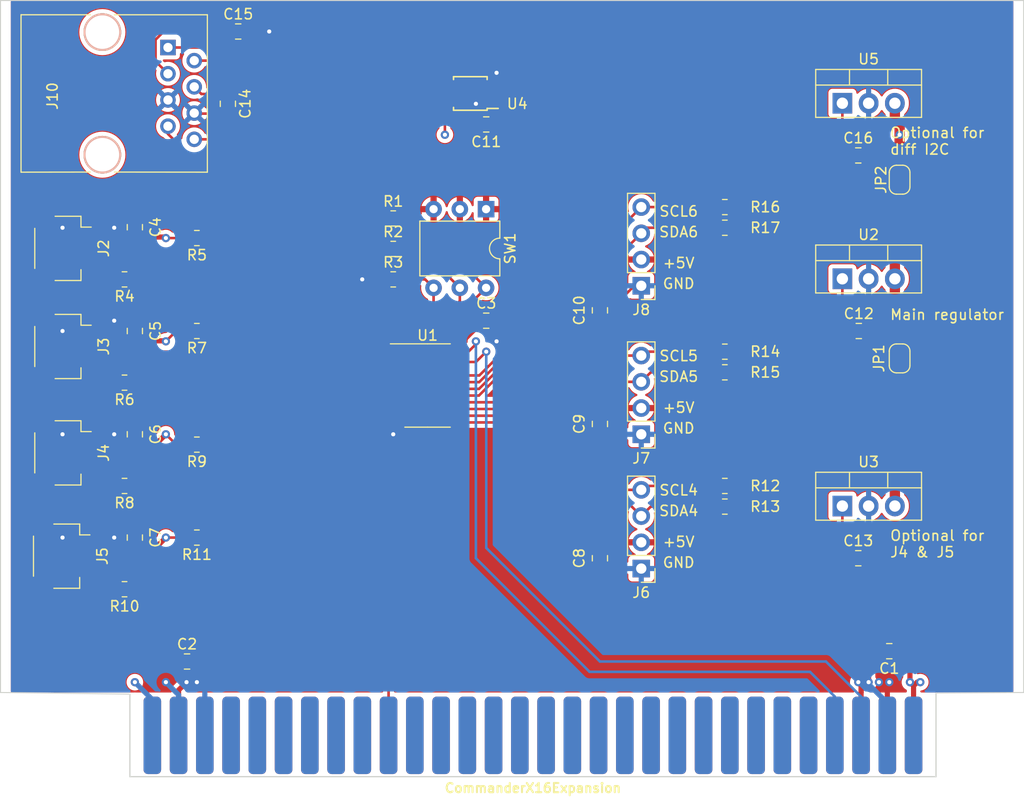
<source format=kicad_pcb>
(kicad_pcb (version 20221018) (generator pcbnew)
  (layers (0 "F.Cu" signal) (1 "In1.Cu" signal) (2 "In2.Cu" signal) (31 "B.Cu" signal) (34 "B.Paste" user) (35 "F.Paste" user) (36 "B.SilkS" user "B.Silkscreen") (37 "F.SilkS" user "F.Silkscreen") (38 "B.Mask" user) (39 "F.Mask" user) (44 "Edge.Cuts" user))
  (net 0 "")
  (net 1 "+12V")
  (net 2 "GND")
  (net 3 "+5V")
  (net 4 "+3.3V")
  (net 19 "/RESB")
  (net 54 "Net-(J1-SDA)")
  (net 55 "Net-(J1-SCL)")
  (net 57 "/SD0")
  (net 58 "/SC0")
  (net 59 "/SD1")
  (net 60 "/SC1")
  (net 61 "/SD2")
  (net 62 "/SC2")
  (net 63 "/SD3")
  (net 64 "/SC3")
  (net 65 "/SD4")
  (net 66 "/SC4")
  (net 67 "/SD5")
  (net 68 "/SC5")
  (net 69 "/SD6")
  (net 70 "/SC6")
  (net 71 "Net-(U4-DSDAP)")
  (net 72 "Net-(U4-DSDAM)")
  (net 73 "Net-(U4-DSCLP)")
  (net 74 "Net-(U4-DSCLM)")
  (net 75 "Net-(U1-A2)")
  (net 76 "Net-(U1-A1)")
  (net 77 "Net-(U1-A0)")
  (net 78 "/SD7")
  (net 79 "/SC7")
  (net 81 "/ALT3.3V")
  (net 82 "/DIFF3.3V")
  (footprint "Capacitor_SMD:C_0805_2012Metric" (layer "F.Cu") (at 189 136 180)
    (fp_text reference "C1")
    (fp_text value "1uF")
  )
  (footprint "Capacitor_SMD:C_0805_2012Metric" (layer "F.Cu") (at 116 94.949999 90)
    (fp_text reference "C4")
    (fp_text value "1uF")
  )
  (footprint "Package_TO_SOT_THT:TO-220-3_Vertical" (layer "F.Cu") (at 184.46 82.945)
    (fp_text reference "U5")
    (fp_text value "VR05S3V3")
  )
  (footprint "Connector_PinHeader_2.54mm:PinHeader_1x04_P2.54mm_Vertical" (layer "F.Cu") (at 165 100.62 180)
    (fp_text reference "J8")
    (fp_text value "I2C")
  )
  (footprint "Capacitor_SMD:C_0805_2012Metric" (layer "F.Cu") (at 150 85 180)
    (fp_text reference "C11")
    (fp_text value "0.1uF")
  )
  (footprint "Capacitor_SMD:C_0805_2012Metric" (layer "F.Cu") (at 116 115 90)
    (fp_text reference "C6")
    (fp_text value "1uF")
  )
  (footprint "Capacitor_SMD:C_0805_2012Metric" (layer "F.Cu") (at 121.05 137)
    (fp_text reference "C2")
    (fp_text value "1uF")
  )
  (footprint "Resistor_SMD:R_0805_2012Metric" (layer "F.Cu") (at 122 125 180)
    (fp_text reference "R11")
    (fp_text value "Rup")
  )
  (footprint "Capacitor_SMD:C_0805_2012Metric" (layer "F.Cu") (at 150 104)
    (fp_text reference "C3")
    (fp_text value "0.1uF")
  )
  (footprint "Resistor_SMD:R_0805_2012Metric" (layer "F.Cu") (at 173.0875 122)
    (fp_text reference "R13")
    (fp_text value "Rup")
  )
  (footprint "Capacitor_SMD:C_0805_2012Metric" (layer "F.Cu") (at 125 83 -90)
    (fp_text reference "C14")
    (fp_text value "1uF")
  )
  (footprint "Connector_PinHeader_2.54mm:PinHeader_1x04_P2.54mm_Vertical" (layer "F.Cu") (at 165 115 180)
    (fp_text reference "J7")
    (fp_text value "I2C")
  )
  (footprint "Resistor_SMD:R_0805_2012Metric" (layer "F.Cu") (at 115 130 180)
    (fp_text reference "R10")
    (fp_text value "Rup")
  )
  (footprint "Resistor_SMD:R_0805_2012Metric" (layer "F.Cu") (at 115 120 180)
    (fp_text reference "R8")
    (fp_text value "Rup")
  )
  (footprint "Resistor_SMD:R_0805_2012Metric" (layer "F.Cu") (at 173.0875 93)
    (fp_text reference "R16")
    (fp_text value "Rup")
  )
  (footprint "Capacitor_SMD:C_0805_2012Metric" (layer "F.Cu") (at 161 103 -90)
    (fp_text reference "C10")
    (fp_text value "1uF")
  )
  (footprint "Connector_JST:JST_SH_SM04B-SRSS-TB_1x04-1MP_P1.00mm_Horizontal" (layer "F.Cu") (at 109 97 -90)
    (fp_text reference "J2")
    (fp_text value "Qwiic")
  )
  (footprint "Resistor_SMD:R_0805_2012Metric" (layer "F.Cu") (at 115 110 180)
    (fp_text reference "R6")
    (fp_text value "Rup")
  )
  (footprint "Capacitor_SMD:C_0805_2012Metric" (layer "F.Cu") (at 126 76)
    (fp_text reference "C15")
    (fp_text value "1uF")
  )
  (footprint "Jumper:SolderJumper-2_P1.3mm_Bridged_RoundedPad1.0x1.5mm" (layer "F.Cu") (at 190 107.649999 -90)
    (fp_text reference "JP1")
    (fp_text value "Power Bridge")
  )
  (footprint "footprints:RJ45_8" (layer "F.Cu") (at 119.205 77.55 -90)
    (fp_text reference "J10")
    (fp_text value "RJ45")
  )
  (footprint "CommanderX16Expansion:CommanderX16Expansion" (layer "F.Cu") (at 154.52 144.15)
    (fp_text reference "J1" hide)
    (fp_text value "CommanderX16Expansion")
    (fp_line (start -39 -4) (end -39 4) (stroke (width 0.12)) (layer "Edge.Cuts"))
    (fp_line (start -39 4) (end 39 4) (stroke (width 0.12)) (layer "Edge.Cuts"))
    (fp_line (start 39 4) (end 39 -4.1) (stroke (width 0.12)) (layer "Edge.Cuts"))
  )
  (footprint "Capacitor_SMD:C_0805_2012Metric" (layer "F.Cu") (at 116 125 90)
    (fp_text reference "C7")
    (fp_text value "1uF")
  )
  (footprint "Package_DIP:DIP-6_W7.62mm" (layer "F.Cu") (at 149.985 93.2 -90)
    (fp_text reference "SW1")
    (fp_text value "SW_DIP_x03")
  )
  (footprint "Resistor_SMD:R_0805_2012Metric" (layer "F.Cu") (at 122 105 180)
    (fp_text reference "R7")
    (fp_text value "Rup")
  )
  (footprint "Resistor_SMD:R_0805_2012Metric" (layer "F.Cu") (at 173.0875 120)
    (fp_text reference "R12")
    (fp_text value "Rup")
  )
  (footprint "Resistor_SMD:R_0805_2012Metric" (layer "F.Cu") (at 173.0875 95)
    (fp_text reference "R17")
    (fp_text value "Rup")
  )
  (footprint "Resistor_SMD:R_0805_2012Metric" (layer "F.Cu") (at 141 100)
    (fp_text reference "R3")
    (fp_text value "10k")
  )
  (footprint "Resistor_SMD:R_0805_2012Metric" (layer "F.Cu") (at 141 97.05)
    (fp_text reference "R2")
    (fp_text value "10k")
  )
  (footprint "Package_TO_SOT_THT:TO-220-3_Vertical" (layer "F.Cu") (at 184.46 121.945)
    (fp_text reference "U3")
    (fp_text value "VR05S3V3")
  )
  (footprint "Resistor_SMD:R_0805_2012Metric" (layer "F.Cu") (at 122 116 180)
    (fp_text reference "R9")
    (fp_text value "Rup")
  )
  (footprint "Jumper:SolderJumper-2_P1.3mm_Bridged_RoundedPad1.0x1.5mm" (layer "F.Cu") (at 190 90.35 90)
    (fp_text reference "JP2")
    (fp_text value "Power Bridge")
  )
  (footprint "Resistor_SMD:R_0805_2012Metric" (layer "F.Cu") (at 173.0875 109)
    (fp_text reference "R15")
    (fp_text value "Rup")
  )
  (footprint "Resistor_SMD:R_0805_2012Metric" (layer "F.Cu") (at 115 100 180)
    (fp_text reference "R4")
    (fp_text value "Rup")
  )
  (footprint "Package_SO:TSSOP-10_3x3mm_P0.5mm" (layer "F.Cu") (at 148.46 82 180)
    (fp_text reference "U4")
    (fp_text value "PCA9615DP")
  )
  (footprint "Package_TO_SOT_THT:TO-220-3_Vertical" (layer "F.Cu") (at 184.46 99.945)
    (fp_text reference "U2")
    (fp_text value "VR05S3V3")
  )
  (footprint "Capacitor_SMD:C_0805_2012Metric" (layer "F.Cu") (at 186 88)
    (fp_text reference "C16")
    (fp_text value "1uF")
  )
  (footprint "Capacitor_SMD:C_0805_2012Metric" (layer "F.Cu") (at 116 105 90)
    (fp_text reference "C5")
    (fp_text value "1uF")
  )
  (footprint "Capacitor_SMD:C_0805_2012Metric" (layer "F.Cu") (at 186 127)
    (fp_text reference "C13")
    (fp_text value "1uF")
  )
  (footprint "Connector_JST:JST_SH_SM04B-SRSS-TB_1x04-1MP_P1.00mm_Horizontal" (layer "F.Cu") (at 109 116.8 -90)
    (fp_text reference "J4")
    (fp_text value "Qwiic")
  )
  (footprint "Capacitor_SMD:C_0805_2012Metric" (layer "F.Cu") (at 161 127 -90)
    (fp_text reference "C8")
    (fp_text value "1uF")
  )
  (footprint "Connector_JST:JST_SH_SM04B-SRSS-TB_1x04-1MP_P1.00mm_Horizontal" (layer "F.Cu") (at 108.875 126.8 -90)
    (fp_text reference "J5")
    (fp_text value "Qwiic")
  )
  (footprint "Capacitor_SMD:C_0805_2012Metric" (layer "F.Cu") (at 186.05 105)
    (fp_text reference "C12")
    (fp_text value "1uF")
  )
  (footprint "Connector_JST:JST_SH_SM04B-SRSS-TB_1x04-1MP_P1.00mm_Horizontal" (layer "F.Cu") (at 109 106.5 -90)
    (fp_text reference "J3")
    (fp_text value "Qwiic")
  )
  (footprint "Resistor_SMD:R_0805_2012Metric" (layer "F.Cu") (at 173.0875 107)
    (fp_text reference "R14")
    (fp_text value "Rup")
  )
  (footprint "Resistor_SMD:R_0805_2012Metric" (layer "F.Cu") (at 141 94.1)
    (fp_text reference "R1")
    (fp_text value "10k")
  )
  (footprint "Connector_PinHeader_2.54mm:PinHeader_1x04_P2.54mm_Vertical" (layer "F.Cu") (at 165 128 180)
    (fp_text reference "J6")
    (fp_text value "I2C")
  )
  (footprint "Resistor_SMD:R_0805_2012Metric" (layer "F.Cu") (at 122 96 180)
    (fp_text reference "R5")
    (fp_text value "Rup")
  )
  (footprint "Package_SO:TSSOP-24_4.4x7.8mm_P0.65mm" (layer "F.Cu") (at 144.3225 110.275)
    (fp_text reference "U1")
    (fp_text value "TCA9548APWR")
  )
  (footprint "Capacitor_SMD:C_0805_2012Metric" (layer "F.Cu") (at 161 114 -90)
    (fp_text reference "C9")
    (fp_text value "1uF")
  )
  (gr_line (start 103 73) (end 202 73) (stroke (width 0.1)) (layer "Edge.Cuts"))
  (gr_line (start 103 140) (end 115.52 140.15) (stroke (width 0.1)) (layer "Edge.Cuts"))
  (gr_line (start 103 140) (end 103 73) (stroke (width 0.1)) (layer "Edge.Cuts"))
  (gr_line (start 202 73) (end 202 140) (stroke (width 0.1)) (layer "Edge.Cuts"))
  (gr_line (start 193.52 140.05) (end 202 140) (stroke (width 0.1)) (layer "Edge.Cuts"))
  (gr_text "+5V" (at 167 113) (layer "F.SilkS") (effects (font (size 1 1)) (justify left bottom)))
  (gr_text "GND" (at 167 128) (layer "F.SilkS") (effects (font (size 1 1)) (justify left bottom)))
  (gr_text "GND" (at 167 101) (layer "F.SilkS") (effects (font (size 1 1)) (justify left bottom)))
  (gr_text "SCL5" (at 166.666666 108) (layer "F.SilkS") (effects (font (size 1 1)) (justify left bottom)))
  (gr_text "SDA5" (at 166.642857 110) (layer "F.SilkS") (effects (font (size 1 1)) (justify left bottom)))
  (gr_text "Optional for\nJ4 & J5" (at 189 127) (layer "F.SilkS") (effects (font (size 1 1)) (justify left bottom)))
  (gr_text "Main regulator\n" (at 189 104) (layer "F.SilkS") (effects (font (size 1 1)) (justify left bottom)))
  (gr_text "+5V" (at 167 99) (layer "F.SilkS") (effects (font (size 1 1)) (justify left bottom)))
  (gr_text "GND" (at 167 115) (layer "F.SilkS") (effects (font (size 1 1)) (justify left bottom)))
  (gr_text "SCL4" (at 166.666666 121) (layer "F.SilkS") (effects (font (size 1 1)) (justify left bottom)))
  (gr_text "+5V" (at 167 126) (layer "F.SilkS") (effects (font (size 1 1)) (justify left bottom)))
  (gr_text "Optional for\ndiff I2C" (at 189 88) (layer "F.SilkS") (effects (font (size 1 1)) (justify left bottom)))
  (gr_text "SDA6" (at 166.642857 96) (layer "F.SilkS") (effects (font (size 1 1)) (justify left bottom)))
  (gr_text "SCL6" (at 166.666666 94) (layer "F.SilkS") (effects (font (size 1 1)) (justify left bottom)))
  (gr_text "SDA4" (at 166.642857 123) (layer "F.SilkS") (effects (font (size 1 1)) (justify left bottom)))
  (segment (start 191 137.05) (end 189.95 136) (width 0.5) (layer "F.Cu") (net 1))
  (segment (start 191 139) (end 191 137.05) (width 0.5) (layer "F.Cu") (net 1))
  (segment (start 184.46 99.945) (end 184.46 104.36) (width 0.25) (layer "F.Cu") (net 1))
  (segment (start 118.79538 76) (end 118 76.79538) (width 0.25) (layer "F.Cu") (net 1))
  (segment (start 184.46 87.41) (end 185.05 88) (width 0.25) (layer "F.Cu") (net 1))
  (segment (start 191.7 139) (end 191.35 139.35) (width 0.5) (layer "F.Cu") (net 1))
  (segment (start 192 139) (end 191.7 139) (width 0.5) (layer "F.Cu") (net 1))
  (segment (start 125.05 76) (end 118.79538 76) (width 0.25) (layer "F.Cu") (net 1))
  (segment (start 184.46 121.945) (end 184.46 126.41) (width 0.25) (layer "F.Cu") (net 1))
  (segment (start 191.35 144.15) (end 191.35 139.35) (width 0.5) (layer "F.Cu") (net 1))
  (segment (start 184.46 82.945) (end 184.46 87.41) (width 0.25) (layer "F.Cu") (net 1))
  (segment (start 184.46 126.41) (end 185.05 127) (width 0.25) (layer "F.Cu") (net 1))
  (segment (start 184.46 104.36) (end 185.1 105) (width 0.25) (layer "F.Cu") (net 1))
  (segment (start 118 78.885) (end 119.205 80.09) (width 0.25) (layer "F.Cu") (net 1))
  (segment (start 118 76.79538) (end 118 78.885) (width 0.25) (layer "F.Cu") (net 1))
  (segment (start 191.35 139.35) (end 191 139) (width 0.5) (layer "F.Cu") (net 1))
  (via (at 191 139) (size 0.8) (drill 0.4) (layers "F.Cu" "B.Cu") (net 1))
  (via (at 116 139) (size 0.8) (drill 0.4) (layers "F.Cu" "B.Cu") (net 1))
  (via (at 192 139) (size 0.8) (drill 0.4) (layers "F.Cu" "B.Cu") (net 1))
  (segment (start 117.69 140.69) (end 116 139) (width 0.5) (layer "B.Cu") (net 1))
  (segment (start 117.69 144.15) (end 117.69 140.69) (width 0.5) (layer "B.Cu") (net 1))
  (segment (start 187 105) (end 187 99.945) (width 0.25) (layer "F.Cu") (net 2))
  (segment (start 186.27 140) (end 186.27 139.73) (width 0.5) (layer "F.Cu") (net 2))
  (segment (start 121.795 83.95) (end 121.745 83.9) (width 0.25) (layer "F.Cu") (net 2))
  (segment (start 116 93.999999) (end 115.000001 93.999999) (width 0.25) (layer "F.Cu") (net 2))
  (segment (start 115.000001 93.999999) (end 114 95) (width 0.25) (layer "F.Cu") (net 2))
  (segment (start 111 115.3) (end 109.3 115.3) (width 0.25) (layer "F.Cu") (net 2))
  (segment (start 120.23 144.15) (end 120.23 139.77) (width 0.5) (layer "F.Cu") (net 2))
  (segment (start 186.27 144.15) (end 186.27 140) (width 0.5) (layer "F.Cu") (net 2))
  (segment (start 150.61 80.39) (end 151 80) (width 0.25) (layer "F.Cu") (net 2))
  (segment (start 151 104.05) (end 150.95 104) (width 0.25) (layer "F.Cu") (net 2))
  (segment (start 116 104.05) (end 114.05 104.05) (width 0.25) (layer "F.Cu") (net 2))
  (segment (start 186.95 88) (end 186.95 82.995) (width 0.25) (layer "F.Cu") (net 2))
  (segment (start 109 105) (end 111 105) (width 0.25) (layer "F.Cu") (net 2))
  (segment (start 164.95 114.95) (end 165 115) (width 0.25) (layer "F.Cu") (net 2))
  (segment (start 151 106) (end 151 104.05) (width 0.25) (layer "F.Cu") (net 2))
  (segment (start 114.95 114.05) (end 114 115) (width 0.25) (layer "F.Cu") (net 2))
  (segment (start 186.27 140) (end 186.27 139.27) (width 0.5) (layer "F.Cu") (net 2))
  (segment (start 114.95 124.05) (end 114 125) (width 0.25) (layer "F.Cu") (net 2))
  (segment (start 125 83.95) (end 121.795 83.95) (width 0.25) (layer "F.Cu") (net 2))
  (segment (start 120.23 144.15) (end 120.23 140.77) (width 0.25) (layer "F.Cu") (net 2))
  (segment (start 150.61 81) (end 150.61 80.39) (width 0.25) (layer "F.Cu") (net 2))
  (segment (start 138 100) (end 140.0875 100) (width 0.25) (layer "F.Cu") (net 2))
  (segment (start 140.0875 100) (end 140.0875 97.05) (width 0.25) (layer "F.Cu") (net 2))
  (segment (start 164.33 100.62) (end 165 100.62) (width 0.25) (layer "F.Cu") (net 2))
  (segment (start 114.05 104.05) (end 114 104) (width 0.25) (layer "F.Cu") (net 2))
  (segment (start 109.5 95.5) (end 109 95) (width 0.25) (layer "F.Cu") (net 2))
  (segment (start 111 115.3) (end 113.7 115.3) (width 0.25) (layer "F.Cu") (net 2))
  (segment (start 113.5 95.5) (end 114 95) (width 0.25) (layer "F.Cu") (net 2))
  (segment (start 149.05 85) (end 149.05 83.05) (width 0.25) (layer "F.Cu") (net 2))
  (segment (start 110.875 125.3) (end 113.7 125.3) (width 0.25) (layer "F.Cu") (net 2))
  (segment (start 122 139) (end 122 137) (width 0.5) (layer "F.Cu") (net 2))
  (segment (start 186.27 139.73) (end 187 139) (width 0.5) (layer "F.Cu") (net 2))
  (segment (start 141.46 113.85) (end 141.46 114.54) (width 0.25) (layer "F.Cu") (net 2))
  (segment (start 113.7 115.3) (end 114 115) (width 0.25) (layer "F.Cu") (net 2))
  (segment (start 164.720001 100.899999) (end 165 100.62) (width 0.25) (layer "F.Cu") (net 2))
  (segment (start 187 137.05) (end 188.05 136) (width 0.5) (layer "F.Cu") (net 2))
  (segment (start 164.95 127.95) (end 165 128) (width 0.25) (layer "F.Cu") (net 2))
  (segment (start 109.3 125.3) (end 109 125) (width 0.25) (layer "F.Cu") (net 2))
  (segment (start 141.46 114.54) (end 141 115) (width 0.25) (layer "F.Cu") (net 2))
  (segment (start 111 105) (end 113 105) (width 0.25) (layer "F.Cu") (net 2))
  (segment (start 111 95.5) (end 113.5 95.5) (width 0.25) (layer "F.Cu") (net 2))
  (segment (start 187 139) (end 187 137.05) (width 0.5) (layer "F.Cu") (net 2))
  (segment (start 111 95.5) (end 109.5 95.5) (width 0.25) (layer "F.Cu") (net 2))
  (segment (start 186.95 82.995) (end 187 82.945) (width 0.25) (layer "F.Cu") (net 2))
  (segment (start 129 76) (end 126.95 76) (width 0.25) (layer "F.Cu") (net 2))
  (segment (start 186.95 121.995) (end 187 121.945) (width 0.25) (layer "F.Cu") (net 2))
  (segment (start 113 105) (end 114 104) (width 0.25) (layer "F.Cu") (net 2))
  (segment (start 140.0875 97.05) (end 140.0875 94.1) (width 0.25) (layer "F.Cu") (net 2))
  (segment (start 161 127.95) (end 164.95 127.95) (width 0.25) (layer "F.Cu") (net 2))
  (segment (start 161 114.95) (end 164.95 114.95) (width 0.25) (layer "F.Cu") (net 2))
  (segment (start 149.05 83.05) (end 149 83) (width 0.25) (layer "F.Cu") (net 2))
  (segment (start 121 139) (end 122 139) (width 0.5) (layer "F.Cu") (net 2))
  (segment (start 186.95 127) (end 186.95 121.995) (width 0.25) (layer "F.Cu") (net 2))
  (segment (start 113.7 125.3) (end 114 125) (width 0.25) (layer "F.Cu") (net 2))
  (segment (start 120.23 139.77) (end 121 139) (width 0.5) (layer "F.Cu") (net 2))
  (segment (start 116 124.05) (end 114.95 124.05) (width 0.25) (layer "F.Cu") (net 2))
  (segment (start 109.3 115.3) (end 109 115) (width 0.25) (layer "F.Cu") (net 2))
  (segment (start 161 103.95) (end 164.33 100.62) (width 0.25) (layer "F.Cu") (net 2))
  (segment (start 186.27 139.27) (end 186 139) (width 0.5) (layer "F.Cu") (net 2))
  (segment (start 110.875 125.3) (end 109.3 125.3) (width 0.25) (layer "F.Cu") (net 2))
  (segment (start 116 114.05) (end 114.95 114.05) (width 0.25) (layer "F.Cu") (net 2))
  (via (at 122 139) (size 0.8) (drill 0.4) (layers "F.Cu" "B.Cu") (net 2))
  (via (at 109 95) (size 0.8) (drill 0.4) (layers "F.Cu" "B.Cu") (net 2))
  (via (at 129 76) (size 0.8) (drill 0.4) (layers "F.Cu" "B.Cu") (net 2))
  (via (at 114 125) (size 0.8) (drill 0.4) (layers "F.Cu" "B.Cu") (net 2))
  (via (at 187 139) (size 0.8) (drill 0.4) (layers "F.Cu" "B.Cu") (net 2))
  (via (at 109 125) (size 0.8) (drill 0.4) (layers "F.Cu" "B.Cu") (net 2))
  (via (at 109 115) (size 0.8) (drill 0.4) (layers "F.Cu" "B.Cu") (net 2))
  (via (at 149 83) (size 0.8) (drill 0.4) (layers "F.Cu" "B.Cu") (net 2))
  (via (at 151 106) (size 0.8) (drill 0.4) (layers "F.Cu" "B.Cu") (net 2))
  (via (at 114 95) (size 0.8) (drill 0.4) (layers "F.Cu" "B.Cu") (net 2))
  (via (at 141 115) (size 0.8) (drill 0.4) (layers "F.Cu" "B.Cu") (net 2))
  (via (at 121 139) (size 0.8) (drill 0.4) (layers "F.Cu" "B.Cu") (net 2))
  (via (at 151 80) (size 0.8) (drill 0.4) (layers "F.Cu" "B.Cu") (net 2))
  (via (at 138 100) (size 0.8) (drill 0.4) (layers "F.Cu" "B.Cu") (net 2))
  (via (at 109 105) (size 0.8) (drill 0.4) (layers "F.Cu" "B.Cu") (net 2))
  (via (at 186 139) (size 0.8) (drill 0.4) (layers "F.Cu" "B.Cu") (net 2))
  (via (at 114 115) (size 0.8) (drill 0.4) (layers "F.Cu" "B.Cu") (net 2))
  (via (at 114 104) (size 0.8) (drill 0.4) (layers "F.Cu" "B.Cu") (net 2))
  (segment (start 122.77 144.15) (end 122.77 139.77) (width 0.5) (layer "B.Cu") (net 2))
  (segment (start 186.797918 139) (end 186 139) (width 0.5) (layer "B.Cu") (net 2))
  (segment (start 188.81 141.012082) (end 186.797918 139) (width 0.5) (layer "B.Cu") (net 2))
  (segment (start 188.81 144.15) (end 188.81 141.012082) (width 0.5) (layer "B.Cu") (net 2))
  (segment (start 122.77 139.77) (end 122 139) (width 0.5) (layer "B.Cu") (net 2))
  (segment (start 188.62 139) (end 188.81 139.19) (width 0.5) (layer "F.Cu") (net 3))
  (segment (start 119 139) (end 119 138.1) (width 0.5) (layer "F.Cu") (net 3))
  (segment (start 119 138.1) (end 120.1 137) (width 0.5) (layer "F.Cu") (net 3))
  (segment (start 150.61 83) (end 152 83) (width 0.25) (layer "F.Cu") (net 3))
  (segment (start 147.185 106.7) (end 149.05 104.835) (width 0.25) (layer "F.Cu") (net 3))
  (segment (start 188 139) (end 188.62 139) (width 0.5) (layer "F.Cu") (net 3))
  (segment (start 188.81 144.15) (end 188.81 139.81) (width 0.25) (layer "F.Cu") (net 3))
  (segment (start 188.81 139.19) (end 189 139) (width 0.25) (layer "F.Cu") (net 3))
  (segment (start 188.81 144.15) (end 188.81 139.19) (width 0.5) (layer "F.Cu") (net 3))
  (segment (start 149.05 104.835) (end 149.05 104) (width 0.25) (layer "F.Cu") (net 3))
  (via (at 119 139) (size 0.8) (drill 0.4) (layers "F.Cu" "B.Cu") (net 3))
  (via (at 189 139) (size 0.8) (drill 0.4) (layers "F.Cu" "B.Cu") (net 3))
  (via (at 188 139) (size 0.8) (drill 0.4) (layers "F.Cu" "B.Cu") (net 3))
  (segment (start 120.23 140.23) (end 119 139) (width 0.5) (layer "B.Cu") (net 3))
  (segment (start 120.23 144.15) (end 120.23 140.23) (width 0.5) (layer "B.Cu") (net 3))
  (segment (start 118.899999 95.899999) (end 119 96) (width 0.25) (layer "F.Cu") (net 4))
  (segment (start 111.553248 110) (end 109.9 108.346752) (width 0.25) (layer "F.Cu") (net 4))
  (segment (start 119 96) (end 121.0875 96) (width 0.25) (layer "F.Cu") (net 4))
  (segment (start 190 104) (end 190 106.999999) (width 1) (layer "F.Cu") (net 4))
  (segment (start 118.95 105.95) (end 119 106) (width 0.25) (layer "F.Cu") (net 4))
  (segment (start 189.54 103.54) (end 190 104) (width 1) (layer "F.Cu") (net 4))
  (segment (start 109.9 106.325) (end 110.225 106) (width 0.25) (layer "F.Cu") (net 4))
  (segment (start 111 106) (end 115.95 106) (width 0.25) (layer "F.Cu") (net 4))
  (segment (start 189.54 99.945) (end 189.54 96.46) (width 1) (layer "F.Cu") (net 4))
  (segment (start 111 96.5) (end 115.399999 96.5) (width 0.25) (layer "F.Cu") (net 4))
  (segment (start 120 105) (end 119 106) (width 0.25) (layer "F.Cu") (net 4))
  (segment (start 189.54 96.46) (end 190 96) (width 1) (layer "F.Cu") (net 4))
  (segment (start 110.5 96.5) (end 111 96.5) (width 0.25) (layer "F.Cu") (net 4))
  (segment (start 111.053248 100) (end 109.9 98.846752) (width 0.25) (layer "F.Cu") (net 4))
  (segment (start 110.225 106) (end 111 106) (width 0.25) (layer "F.Cu") (net 4))
  (segment (start 114.0875 100) (end 111.053248 100) (width 0.25) (layer "F.Cu") (net 4))
  (segment (start 116 105.95) (end 118.95 105.95) (width 0.5) (layer "F.Cu") (net 4))
  (segment (start 109.9 97.1) (end 110.5 96.5) (width 0.25) (layer "F.Cu") (net 4))
  (segment (start 114.0875 110) (end 111.553248 110) (width 0.25) (layer "F.Cu") (net 4))
  (segment (start 109.9 108.346752) (end 109.9 106.325) (width 0.25) (layer "F.Cu") (net 4))
  (segment (start 116 95.899999) (end 118.899999 95.899999) (width 0.5) (layer "F.Cu") (net 4))
  (segment (start 115.399999 96.5) (end 116 95.899999) (width 0.25) (layer "F.Cu") (net 4))
  (segment (start 189.54 99.945) (end 189.54 103.54) (width 1) (layer "F.Cu") (net 4))
  (segment (start 121.0875 105) (end 120 105) (width 0.25) (layer "F.Cu") (net 4))
  (segment (start 109.9 98.846752) (end 109.9 97.1) (width 0.25) (layer "F.Cu") (net 4))
  (segment (start 190 91) (end 190 96) (width 1) (layer "F.Cu") (net 4))
  (segment (start 115.95 106) (end 116 105.95) (width 0.25) (layer "F.Cu") (net 4))
  (via (at 119 106) (size 0.8) (drill 0.4) (layers "F.Cu" "B.Cu") (net 4))
  (via (at 119 96) (size 0.8) (drill 0.4) (layers "F.Cu" "B.Cu") (net 4))
  (segment (start 144 128) (end 140.55 131.45) (width 0.25) (layer "F.Cu") (net 19))
  (segment (start 140.55 131.45) (end 140.55 144.15) (width 0.25) (layer "F.Cu") (net 19))
  (segment (start 143 108) (end 144 109) (width 0.25) (layer "F.Cu") (net 19))
  (segment (start 141.46 108) (end 143 108) (width 0.25) (layer "F.Cu") (net 19))
  (segment (start 144 109) (end 144 128) (width 0.25) (layer "F.Cu") (net 19))
  (segment (start 147.185 107.35) (end 147.9225 107.35) (width 0.25) (layer "F.Cu") (net 54))
  (segment (start 147.9225 107.35) (end 149 106.2725) (width 0.25) (layer "F.Cu") (net 54))
  (segment (start 149 106.2725) (end 149 106) (width 0.25) (layer "F.Cu") (net 54))
  (via (at 149 106) (size 0.8) (drill 0.4) (layers "F.Cu" "B.Cu") (net 54))
  (segment (start 149 127) (end 149 106) (width 0.25) (layer "B.Cu") (net 54))
  (segment (start 183.73 144.15) (end 183.73 140.40096) (width 0.25) (layer "B.Cu") (net 54))
  (segment (start 181.32904 138) (end 160 138) (width 0.25) (layer "B.Cu") (net 54))
  (segment (start 183.73 140.40096) (end 181.32904 138) (width 0.25) (layer "B.Cu") (net 54))
  (segment (start 160 138) (end 149 127) (width 0.25) (layer "B.Cu") (net 54))
  (segment (start 147.185 108) (end 149 108) (width 0.25) (layer "F.Cu") (net 55))
  (segment (start 149 108) (end 150 107) (width 0.25) (layer "F.Cu") (net 55))
  (via (at 150 107) (size 0.8) (drill 0.4) (layers "F.Cu" "B.Cu") (net 55))
  (segment (start 150 126) (end 150 107) (width 0.25) (layer "B.Cu") (net 55))
  (segment (start 186.27 140.40096) (end 182.86904 137) (width 0.25) (layer "B.Cu") (net 55))
  (segment (start 182.86904 137) (end 161 137) (width 0.25) (layer "B.Cu") (net 55))
  (segment (start 161 137) (end 150 126) (width 0.25) (layer "B.Cu") (net 55))
  (segment (start 186.27 144.15) (end 186.27 140.40096) (width 0.25) (layer "B.Cu") (net 55))
  (segment (start 122.9125 97.4125) (end 123 97.5) (width 0.25) (layer "F.Cu") (net 57))
  (segment (start 123 97.5) (end 125.5 97.5) (width 0.25) (layer "F.Cu") (net 57))
  (segment (start 111 97.5) (end 123 97.5) (width 0.25) (layer "F.Cu") (net 57))
  (segment (start 122.9125 96) (end 122.9125 97.4125) (width 0.25) (layer "F.Cu") (net 57))
  (segment (start 125.5 97.5) (end 136.65 108.65) (width 0.25) (layer "F.Cu") (net 57))
  (segment (start 136.65 108.65) (end 141.46 108.65) (width 0.25) (layer "F.Cu") (net 57))
  (segment (start 115.9125 98.5875) (end 116 98.5) (width 0.25) (layer "F.Cu") (net 58))
  (segment (start 115.9125 100) (end 115.9125 98.5875) (width 0.25) (layer "F.Cu") (net 58))
  (segment (start 141.46 109.3) (end 136.3 109.3) (width 0.25) (layer "F.Cu") (net 58))
  (segment (start 116 98.5) (end 111 98.5) (width 0.25) (layer "F.Cu") (net 58))
  (segment (start 136.3 109.3) (end 125.5 98.5) (width 0.25) (layer "F.Cu") (net 58))
  (segment (start 125.5 98.5) (end 116 98.5) (width 0.25) (layer "F.Cu") (net 58))
  (segment (start 122.9125 105) (end 122.9125 106.9125) (width 0.25) (layer "F.Cu") (net 59))
  (segment (start 141.46 109.95) (end 130.95 109.95) (width 0.25) (layer "F.Cu") (net 59))
  (segment (start 128 107) (end 123 107) (width 0.25) (layer "F.Cu") (net 59))
  (segment (start 130.95 109.95) (end 128 107) (width 0.25) (layer "F.Cu") (net 59))
  (segment (start 123 107) (end 111 107) (width 0.25) (layer "F.Cu") (net 59))
  (segment (start 122.9125 106.9125) (end 123 107) (width 0.25) (layer "F.Cu") (net 59))
  (segment (start 130.6 110.6) (end 141.46 110.6) (width 0.25) (layer "F.Cu") (net 60))
  (segment (start 115.9125 108.0875) (end 116 108) (width 0.25) (layer "F.Cu") (net 60))
  (segment (start 115.9125 110) (end 115.9125 108.0875) (width 0.25) (layer "F.Cu") (net 60))
  (segment (start 111 108) (end 116 108) (width 0.25) (layer "F.Cu") (net 60))
  (segment (start 128 108) (end 130.6 110.6) (width 0.25) (layer "F.Cu") (net 60))
  (segment (start 116 108) (end 128 108) (width 0.25) (layer "F.Cu") (net 60))
  (segment (start 141.46 111.25) (end 130.75 111.25) (width 0.25) (layer "F.Cu") (net 61))
  (segment (start 123 117.3) (end 111 117.3) (width 0.25) (layer "F.Cu") (net 61))
  (segment (start 122.9125 116) (end 122.9125 117.2125) (width 0.25) (layer "F.Cu") (net 61))
  (segment (start 122.9125 117.2125) (end 123 117.3) (width 0.25) (layer "F.Cu") (net 61))
  (segment (start 124.7 117.3) (end 123 117.3) (width 0.25) (layer "F.Cu") (net 61))
  (segment (start 130.75 111.25) (end 124.7 117.3) (width 0.25) (layer "F.Cu") (net 61))
  (segment (start 111 118.3) (end 116 118.3) (width 0.25) (layer "F.Cu") (net 62))
  (segment (start 131.1 111.9) (end 141.46 111.9) (width 0.25) (layer "F.Cu") (net 62))
  (segment (start 116 118.3) (end 124.7 118.3) (width 0.25) (layer "F.Cu") (net 62))
  (segment (start 124.7 118.3) (end 131.1 111.9) (width 0.25) (layer "F.Cu") (net 62))
  (segment (start 115.9125 118.3875) (end 116 118.3) (width 0.25) (layer "F.Cu") (net 62))
  (segment (start 115.9125 120) (end 115.9125 118.3875) (width 0.25) (layer "F.Cu") (net 62))
  (segment (start 137.45 112.55) (end 141.46 112.55) (width 0.25) (layer "F.Cu") (net 63))
  (segment (start 110.875 127.3) (end 122.7 127.3) (width 0.25) (layer "F.Cu") (net 63))
  (segment (start 122.7 127.3) (end 137.45 112.55) (width 0.25) (layer "F.Cu") (net 63))
  (segment (start 122.9125 127.0875) (end 122.7 127.3) (width 0.25) (layer "F.Cu") (net 63))
  (segment (start 122.9125 125) (end 122.9125 127.0875) (width 0.25) (layer "F.Cu") (net 63))
  (segment (start 116 128.3) (end 110.875 128.3) (width 0.25) (layer "F.Cu") (net 64))
  (segment (start 137.8 113.2) (end 122.7 128.3) (width 0.25) (layer "F.Cu") (net 64))
  (segment (start 141.46 113.2) (end 137.8 113.2) (width 0.25) (layer "F.Cu") (net 64))
  (segment (start 115.9125 128.3875) (end 116 128.3) (width 0.25) (layer "F.Cu") (net 64))
  (segment (start 122.7 128.3) (end 116 128.3) (width 0.25) (layer "F.Cu") (net 64))
  (segment (start 115.9125 130) (end 115.9125 128.3875) (width 0.25) (layer "F.Cu") (net 64))
  (segment (start 147.185 113.85) (end 155.93 113.85) (width 0.25) (layer "F.Cu") (net 65))
  (segment (start 155.93 113.85) (end 165 122.92) (width 0.25) (layer "F.Cu") (net 65))
  (segment (start 165.92 122) (end 165 122.92) (width 0.25) (layer "F.Cu") (net 65))
  (segment (start 172.175 122) (end 165.92 122) (width 0.25) (layer "F.Cu") (net 65))
  (segment (start 172.175 120) (end 165.38 120) (width 0.25) (layer "F.Cu") (net 66))
  (segment (start 165.38 120) (end 165 120.38) (width 0.25) (layer "F.Cu") (net 66))
  (segment (start 163.38 120.38) (end 165 120.38) (width 0.25) (layer "F.Cu") (net 66))
  (segment (start 156.2 113.2) (end 163.38 120.38) (width 0.25) (layer "F.Cu") (net 66))
  (segment (start 147.185 113.2) (end 156.2 113.2) (width 0.25) (layer "F.Cu") (net 66))
  (segment (start 156.45 112.55) (end 159.08 109.92) (width 0.25) (layer "F.Cu") (net 67))
  (segment (start 147.185 112.55) (end 156.45 112.55) (width 0.25) (layer "F.Cu") (net 67))
  (segment (start 172.175 109) (end 165.92 109) (width 0.25) (layer "F.Cu") (net 67))
  (segment (start 159.08 109.92) (end 165 109.92) (width 0.25) (layer "F.Cu") (net 67))
  (segment (start 165.92 109) (end 165 109.92) (width 0.25) (layer "F.Cu") (net 67))
  (segment (start 172.175 107) (end 165.38 107) (width 0.25) (layer "F.Cu") (net 68))
  (segment (start 156.463604 111.9) (end 160.983604 107.38) (width 0.25) (layer "F.Cu") (net 68))
  (segment (start 165.38 107) (end 165 107.38) (width 0.25) (layer "F.Cu") (net 68))
  (segment (start 147.185 111.9) (end 156.463604 111.9) (width 0.25) (layer "F.Cu") (net 68))
  (segment (start 160.983604 107.38) (end 165 107.38) (width 0.25) (layer "F.Cu") (net 68))
  (segment (start 147.185 111.25) (end 149.29 111.25) (width 0.25) (layer "F.Cu") (net 69))
  (segment (start 165.54 95) (end 165 95.54) (width 0.25) (layer "F.Cu") (net 69))
  (segment (start 149.29 111.25) (end 165 95.54) (width 0.25) (layer "F.Cu") (net 69))
  (segment (start 172.175 95) (end 165.54 95) (width 0.25) (layer "F.Cu") (net 69))
  (segment (start 162.951802 96.951802) (end 162.951802 95.048198) (width 0.25) (layer "F.Cu") (net 70))
  (segment (start 162.951802 95.048198) (end 165 93) (width 0.25) (layer "F.Cu") (net 70))
  (segment (start 149.303604 110.6) (end 162.951802 96.951802) (width 0.25) (layer "F.Cu") (net 70))
  (segment (start 172.175 93) (end 165 93) (width 0.25) (layer "F.Cu") (net 70))
  (segment (start 147.185 110.6) (end 149.303604 110.6) (width 0.25) (layer "F.Cu") (net 70))
  (segment (start 140.56 86.44) (end 121.745 86.44) (width 0.25) (layer "F.Cu") (net 71))
  (segment (start 145 82) (end 140.56 86.44) (width 0.25) (layer "F.Cu") (net 71))
  (segment (start 146.31 82) (end 145 82) (width 0.25) (layer "F.Cu") (net 71))
  (segment (start 145.136396 82.5) (end 139.636396 88) (width 0.25) (layer "F.Cu") (net 72))
  (segment (start 121.285 88) (end 119.205 85.92) (width 0.25) (layer "F.Cu") (net 72))
  (segment (start 119.205 85.92) (end 119.205 85.17) (width 0.25) (layer "F.Cu") (net 72))
  (segment (start 139.636396 88) (end 121.285 88) (width 0.25) (layer "F.Cu") (net 72))
  (segment (start 146.31 82.5) (end 145.136396 82.5) (width 0.25) (layer "F.Cu") (net 72))
  (segment (start 140.82 78.82) (end 143.5 81.5) (width 0.25) (layer "F.Cu") (net 73))
  (segment (start 143.5 81.5) (end 146.31 81.5) (width 0.25) (layer "F.Cu") (net 73))
  (segment (start 121.745 78.82) (end 140.82 78.82) (width 0.25) (layer "F.Cu") (net 73))
  (segment (start 119.205 77.55) (end 141.55 77.55) (width 0.25) (layer "F.Cu") (net 74))
  (segment (start 141.55 77.55) (end 145 81) (width 0.25) (layer "F.Cu") (net 74))
  (segment (start 145 81) (end 146.31 81) (width 0.25) (layer "F.Cu") (net 74))
  (segment (start 146 104.805) (end 149.985 100.82) (width 0.25) (layer "F.Cu") (net 75))
  (segment (start 146.4475 108.65) (end 146 108.2025) (width 0.25) (layer "F.Cu") (net 75))
  (segment (start 146 108.2025) (end 146 104.805) (width 0.25) (layer "F.Cu") (net 75))
  (segment (start 143.265 94.1) (end 149.985 100.82) (width 0.25) (layer "F.Cu") (net 75))
  (segment (start 147.185 108.65) (end 146.4475 108.65) (width 0.25) (layer "F.Cu") (net 75))
  (segment (start 141.9125 94.1) (end 143.265 94.1) (width 0.25) (layer "F.Cu") (net 75))
  (segment (start 147.445 100.82) (end 147.445 102.1025) (width 0.25) (layer "F.Cu") (net 76))
  (segment (start 142.1975 107.35) (end 141.46 107.35) (width 0.25) (layer "F.Cu") (net 76))
  (segment (start 147.445 102.1025) (end 142.1975 107.35) (width 0.25) (layer "F.Cu") (net 76))
  (segment (start 143.675 97.05) (end 147.445 100.82) (width 0.25) (layer "F.Cu") (net 76))
  (segment (start 141.9125 97.05) (end 143.675 97.05) (width 0.25) (layer "F.Cu") (net 76))
  (segment (start 144.905 100.82) (end 144.905 103.255) (width 0.25) (layer "F.Cu") (net 77))
  (segment (start 141.9125 100) (end 144.085 100) (width 0.25) (layer "F.Cu") (net 77))
  (segment (start 144.905 103.255) (end 141.46 106.7) (width 0.25) (layer "F.Cu") (net 77))
  (segment (start 144.085 100) (end 144.905 100.82) (width 0.25) (layer "F.Cu") (net 77))
  (segment (start 150 79) (end 149 80) (width 0.25) (layer "F.Cu") (net 78))
  (segment (start 149 80) (end 149 81.52462) (width 0.25) (layer "F.Cu") (net 78))
  (segment (start 149 81.52462) (end 149.97538 82.5) (width 0.25) (layer "F.Cu") (net 78))
  (segment (start 154.45 80.45) (end 153 79) (width 0.25) (layer "F.Cu") (net 78))
  (segment (start 154.45 104.817208) (end 154.45 80.45) (width 0.25) (layer "F.Cu") (net 78))
  (segment (start 147.185 109.95) (end 149.317208 109.95) (width 0.25) (layer "F.Cu") (net 78))
  (segment (start 153 79) (end 150 79) (width 0.25) (layer "F.Cu") (net 78))
  (segment (start 149.97538 82.5) (end 150.61 82.5) (width 0.25) (layer "F.Cu") (net 78))
  (segment (start 149.317208 109.95) (end 154.45 104.817208) (width 0.25) (layer "F.Cu") (net 78))
  (segment (start 152.5 81.5) (end 150.61 81.5) (width 0.25) (layer "F.Cu") (net 79))
  (segment (start 149.330812 109.3) (end 154 104.630812) (width 0.25) (layer "F.Cu") (net 79))
  (segment (start 154 83) (end 152.5 81.5) (width 0.25) (layer "F.Cu") (net 79))
  (segment (start 154 104.630812) (end 154 83) (width 0.25) (layer "F.Cu") (net 79))
  (segment (start 147.185 109.3) (end 149.330812 109.3) (width 0.25) (layer "F.Cu") (net 79))
  (segment (start 121.0875 116) (end 120 116) (width 0.25) (layer "F.Cu") (net 81))
  (segment (start 114.0875 120) (end 111.253248 120) (width 0.25) (layer "F.Cu") (net 81))
  (segment (start 110.1 126.3) (end 110.875 126.3) (width 0.25) (layer "F.Cu") (net 81))
  (segment (start 121.0875 125) (end 119 125) (width 0.25) (layer "F.Cu") (net 81))
  (segment (start 111 116.3) (end 115.65 116.3) (width 0.25) (layer "F.Cu") (net 81))
  (segment (start 115.65 116.3) (end 116 115.95) (width 0.25) (layer "F.Cu") (net 81))
  (segment (start 118.05 125.95) (end 119 125) (width 0.5) (layer "F.Cu") (net 81))
  (segment (start 110.225 116.3) (end 111 116.3) (width 0.25) (layer "F.Cu") (net 81))
  (segment (start 190 108.299999) (end 190 115) (width 1) (layer "F.Cu") (net 81))
  (segment (start 109.775 126.625) (end 110.1 126.3) (width 0.25) (layer "F.Cu") (net 81))
  (segment (start 111.128248 130) (end 109.775 128.646752) (width 0.25) (layer "F.Cu") (net 81))
  (segment (start 109.9 116.625) (end 110.225 116.3) (width 0.25) (layer "F.Cu") (net 81))
  (segment (start 116 115.95) (end 118.05 115.95) (width 0.5) (layer "F.Cu") (net 81))
  (segment (start 115.65 126.3) (end 116 125.95) (width 0.25) (layer "F.Cu") (net 81))
  (segment (start 190 115) (end 189.54 115.46) (width 1) (layer "F.Cu") (net 81))
  (segment (start 110.875 126.3) (end 115.65 126.3) (width 0.25) (layer "F.Cu") (net 81))
  (segment (start 114.0875 130) (end 111.128248 130) (width 0.25) (layer "F.Cu") (net 81))
  (segment (start 189.54 115.46) (end 189.54 121.945) (width 1) (layer "F.Cu") (net 81))
  (segment (start 109.9 118.646752) (end 109.9 116.625) (width 0.25) (layer "F.Cu") (net 81))
  (segment (start 118.05 115.95) (end 119 115) (width 0.5) (layer "F.Cu") (net 81))
  (segment (start 116 125.95) (end 118.05 125.95) (width 0.5) (layer "F.Cu") (net 81))
  (segment (start 120 116) (end 119 115) (width 0.25) (layer "F.Cu") (net 81))
  (segment (start 109.775 128.646752) (end 109.775 126.625) (width 0.25) (layer "F.Cu") (net 81))
  (segment (start 111.253248 120) (end 109.9 118.646752) (width 0.25) (layer "F.Cu") (net 81))
  (via (at 119 115) (size 0.8) (drill 0.4) (layers "F.Cu" "B.Cu") (net 81))
  (via (at 119 125) (size 0.8) (drill 0.4) (layers "F.Cu" "B.Cu") (net 81))
  (segment (start 122.435 82.05) (end 121.745 81.36) (width 0.25) (layer "F.Cu") (net 82))
  (segment (start 190 86) (end 190 85) (width 1) (layer "F.Cu") (net 82))
  (segment (start 125 82.05) (end 122.435 82.05) (width 0.25) (layer "F.Cu") (net 82))
  (segment (start 146 83.31) (end 146 86) (width 0.25) (layer "F.Cu") (net 82))
  (segment (start 189.54 84.54) (end 189.54 82.945) (width 1) (layer "F.Cu") (net 82))
  (segment (start 146.31 83) (end 146 83.31) (width 0.25) (layer "F.Cu") (net 82))
  (segment (start 190 85) (end 189.54 84.54) (width 1) (layer "F.Cu") (net 82))
  (segment (start 190 89.7) (end 190 86) (width 1) (layer "F.Cu") (net 82))
  (via (at 190 86) (size 0.8) (drill 0.4) (layers "F.Cu" "B.Cu") (net 82))
  (via (at 146 86) (size 0.8) (drill 0.4) (layers "F.Cu" "B.Cu") (net 82))
  (zone (net 3) (net_name "+5V") (layer "F.Cu") (priority 1) (connect_pads (clearance 0.4)) (min_thickness 0.2) (fill yes (thermal_gap 0.4) (thermal_bridge_width 0.6))
    (polygon (pts (xy 104 140) (xy 104 73) (xy 201 73) (xy 201 140)))
  )
  (zone (net 2) (net_name "GND") (layers "In1.Cu" "B.Cu") (connect_pads (clearance 0.5)) (min_thickness 0.25) (fill yes (thermal_gap 0.5) (thermal_bridge_width 0.5))
    (polygon (pts (xy 104 140) (xy 201 140) (xy 201 73) (xy 104 73)))
  )
)
</source>
